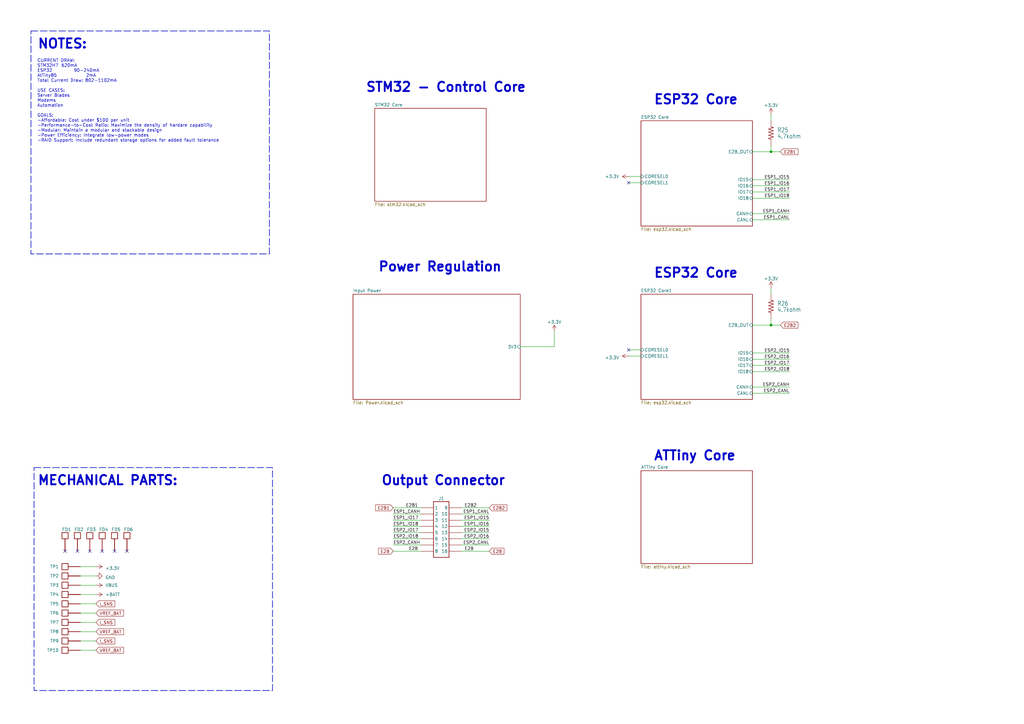
<source format=kicad_sch>
(kicad_sch (version 20230121) (generator eeschema)
  (paper "A3")
  (title_block (title "Espresso Rev4 CM") (date "2024-06-15") (rev "2") (company "B. Lantau") (comment 1 "PN: 4D140-5008-004"))
  (lib_symbols
    (symbol "Custom_Microcontroller:FIDUCIAL" (pin_numbers hide) (pin_names hide)
      (property "Reference" "FD" (at 0 6.35 0))
      (symbol "FIDUCIAL_0_1"
        (rectangle (start -1.27 7.62) (end 1.27 5.08) (stroke (width 0.254)))
        (polyline (pts (xy 0 0) (xy 0 5.08)) (stroke (width 0.254)))
      )
      (symbol "FIDUCIAL_1_0"
        (pin passive line (at 0 0 90) (length 5.08) (name "1") (number "1"))
      )
    )
    (symbol "Custom_Microcontroller:HEADER-2X8" (pin_numbers hide)
      (property "Reference" "J" (at 0 20.32 0))
      (symbol "HEADER-2X8_1_0"
        (polyline (pts (xy -3.81 -3.81) (xy -3.81 19.05)) (stroke (width 0.254)))
        (polyline (pts (xy -3.81 19.05) (xy 2.54 19.05)) (stroke (width 0.254)))
        (polyline (pts (xy 2.54 -3.81) (xy -3.81 -3.81)) (stroke (width 0.254)))
        (polyline (pts (xy 2.54 19.05) (xy 2.54 -3.81)) (stroke (width 0.254)))
        (pin bidirectional line (at -8.89 16.51 0) (length 5.08) (name "1") (number "1"))
        (pin bidirectional line (at 7.62 13.97 180) (length 5.08) (name "10") (number "10"))
        (pin bidirectional line (at 7.62 11.43 180) (length 5.08) (name "11") (number "11"))
        (pin bidirectional line (at 7.62 8.89 180) (length 5.08) (name "12") (number "12"))
        (pin bidirectional line (at 7.62 6.35 180) (length 5.08) (name "13") (number "13"))
        (pin bidirectional line (at 7.62 3.81 180) (length 5.08) (name "14") (number "14"))
        (pin bidirectional line (at 7.62 1.27 180) (length 5.08) (name "15") (number "15"))
        (pin bidirectional line (at 7.62 -1.27 180) (length 5.08) (name "16") (number "16"))
        (pin bidirectional line (at -8.89 13.97 0) (length 5.08) (name "2") (number "2"))
        (pin bidirectional line (at -8.89 11.43 0) (length 5.08) (name "3") (number "3"))
        (pin bidirectional line (at -8.89 8.89 0) (length 5.08) (name "4") (number "4"))
        (pin bidirectional line (at -8.89 6.35 0) (length 5.08) (name "5") (number "5"))
        (pin bidirectional line (at -8.89 3.81 0) (length 5.08) (name "6") (number "6"))
        (pin bidirectional line (at -8.89 1.27 0) (length 5.08) (name "7") (number "7"))
        (pin bidirectional line (at -8.89 -1.27 0) (length 5.08) (name "8") (number "8"))
        (pin bidirectional line (at 7.62 16.51 180) (length 5.08) (name "9") (number "9"))
      )
    )
    (symbol "Custom_Microcontroller:R_1206_4.7kohm" (pin_numbers hide) (pin_names hide)
      (property "Reference" "R" (at -0.7749 1.7058 0))
      (property "Value" "4.7kohm" (at -4.0572 -3.7615 0))
      (symbol "R_1206_4.7kohm_1_0"
        (polyline (pts (xy -2.54 0) (xy -2.159 1.016)) (stroke (width 0.2032)))
        (polyline (pts (xy -2.159 1.016) (xy -1.524 -1.016)) (stroke (width 0.2032)))
        (polyline (pts (xy -1.524 -1.016) (xy -0.889 1.016)) (stroke (width 0.2032)))
        (polyline (pts (xy -0.889 1.016) (xy -0.254 -1.016)) (stroke (width 0.2032)))
        (polyline (pts (xy -0.254 -1.016) (xy 0.381 1.016)) (stroke (width 0.2032)))
        (polyline (pts (xy 0.381 1.016) (xy 1.016 -1.016)) (stroke (width 0.2032)))
        (polyline (pts (xy 1.016 -1.016) (xy 1.651 1.016)) (stroke (width 0.2032)))
        (polyline (pts (xy 1.651 1.016) (xy 2.286 -1.016)) (stroke (width 0.2032)))
        (polyline (pts (xy 2.286 -1.016) (xy 2.54 0)) (stroke (width 0.2032)))
        (pin passive line (at -5.08 0 0) (length 2.54) (name "1") (number "1"))
        (pin passive line (at 5.08 0 180) (length 2.54) (name "2") (number "2"))
      )
    )
    (symbol "LVDC-Remake:TESTPOINT" (pin_numbers hide) (pin_names hide)
      (property "Reference" "TP" (at 0 6.35 0))
      (symbol "TESTPOINT_0_1"
        (rectangle (start -1.27 7.62) (end 1.27 5.08) (stroke (width 0.254)))
        (polyline (pts (xy 0 0) (xy 0 5.08)) (stroke (width 0.254)))
      )
      (symbol "TESTPOINT_1_0"
        (pin passive line (at 0 0 90) (length 5.08) (name "1") (number "1"))
      )
    )
    (symbol "power:+3.3V" (power) (pin_names (offset 0))
      (property "Value" "+3.3V" (at 0 3.556 0))
      (symbol "+3.3V_0_1"
        (polyline (pts (xy -0.762 1.27) (xy 0 2.54)))
        (polyline (pts (xy 0 0) (xy 0 2.54)))
        (polyline (pts (xy 0 2.54) (xy 0.762 1.27)))
      )
      (symbol "+3.3V_1_1"
        (pin power_in line (at 0 0 90) (length 0) hide (name "+3.3V") (number "1"))
      )
    )
    (symbol "power:+BATT" (power) (pin_names (offset 0))
      (property "Value" "+BATT" (at 0 3.556 0))
      (symbol "+BATT_0_1"
        (polyline (pts (xy -0.762 1.27) (xy 0 2.54)))
        (polyline (pts (xy 0 0) (xy 0 2.54)))
        (polyline (pts (xy 0 2.54) (xy 0.762 1.27)))
      )
      (symbol "+BATT_1_1"
        (pin power_in line (at 0 0 90) (length 0) hide (name "+BATT") (number "1"))
      )
    )
    (symbol "power:GND" (power) (pin_names (offset 0))
      (property "Value" "GND" (at 0 -3.81 0))
      (symbol "GND_0_1"
        (polyline (pts (xy 0 0) (xy 0 -1.27) (xy 1.27 -1.27) (xy 0 -2.54) (xy -1.27 -1.27) (xy 0 -1.27)))
      )
      (symbol "GND_1_1"
        (pin power_in line (at 0 0 270) (length 0) hide (name "GND") (number "1"))
      )
    )
    (symbol "power:VBUS" (power) (pin_names (offset 0))
      (property "Value" "VBUS" (at 0 3.81 0))
      (symbol "VBUS_0_1"
        (polyline (pts (xy -0.762 1.27) (xy 0 2.54)))
        (polyline (pts (xy 0 0) (xy 0 2.54)))
        (polyline (pts (xy 0 2.54) (xy 0.762 1.27)))
      )
      (symbol "VBUS_1_1"
        (pin power_in line (at 0 0 90) (length 0) hide (name "VBUS") (number "1"))
      )
    )
  )
  (junction (at 316.23 133.35))
  (junction (at 316.23 62.23))
  (no_connect (at 41.91 226.06))
  (no_connect (at 52.07 226.06))
  (no_connect (at 257.81 74.93))
  (no_connect (at 36.83 226.06))
  (no_connect (at 257.81 143.51))
  (no_connect (at 46.99 226.06))
  (no_connect (at 26.67 226.06))
  (no_connect (at 31.75 226.06))
  (wire (pts (xy 189.23 208.28) (xy 200.66 208.28)))
  (wire (pts (xy 200.66 213.36) (xy 189.23 213.36)))
  (wire (pts (xy 308.61 158.75) (xy 323.85 158.75)))
  (wire (pts (xy 213.36 142.24) (xy 227.33 142.24)))
  (wire (pts (xy 200.66 215.9) (xy 189.23 215.9)))
  (wire (pts (xy 308.61 73.66) (xy 323.85 73.66)))
  (wire (pts (xy 308.61 90.17) (xy 323.85 90.17)))
  (wire (pts (xy 308.61 76.2) (xy 323.85 76.2)))
  (wire (pts (xy 308.61 161.29) (xy 323.85 161.29)))
  (wire (pts (xy 189.23 223.52) (xy 200.66 223.52)))
  (wire (pts (xy 257.81 74.93) (xy 262.89 74.93)))
  (wire (pts (xy 316.23 59.69) (xy 316.23 62.23)))
  (wire (pts (xy 161.29 213.36) (xy 172.72 213.36)))
  (wire (pts (xy 308.61 81.28) (xy 323.85 81.28)))
  (wire (pts (xy 189.23 220.98) (xy 200.66 220.98)))
  (wire (pts (xy 161.29 210.82) (xy 172.72 210.82)))
  (wire (pts (xy 257.81 146.05) (xy 262.89 146.05)))
  (wire (pts (xy 33.02 236.22) (xy 39.37 236.22)))
  (wire (pts (xy 33.02 243.84) (xy 39.37 243.84)))
  (wire (pts (xy 33.02 251.46) (xy 39.37 251.46)))
  (wire (pts (xy 308.61 147.32) (xy 323.85 147.32)))
  (wire (pts (xy 33.02 262.89) (xy 39.37 262.89)))
  (wire (pts (xy 189.23 226.06) (xy 200.66 226.06)))
  (wire (pts (xy 172.72 226.06) (xy 161.29 226.06)))
  (wire (pts (xy 320.04 133.35) (xy 316.23 133.35)))
  (wire (pts (xy 257.81 72.39) (xy 262.89 72.39)))
  (wire (pts (xy 33.02 266.7) (xy 39.37 266.7)))
  (wire (pts (xy 308.61 152.4) (xy 323.85 152.4)))
  (wire (pts (xy 172.72 218.44) (xy 161.29 218.44)))
  (wire (pts (xy 316.23 130.81) (xy 316.23 133.35)))
  (wire (pts (xy 316.23 118.11) (xy 316.23 120.65)))
  (wire (pts (xy 33.02 255.27) (xy 39.37 255.27)))
  (wire (pts (xy 308.61 78.74) (xy 323.85 78.74)))
  (wire (pts (xy 320.04 62.23) (xy 316.23 62.23)))
  (wire (pts (xy 189.23 218.44) (xy 200.66 218.44)))
  (wire (pts (xy 316.23 46.99) (xy 316.23 49.53)))
  (wire (pts (xy 161.29 215.9) (xy 172.72 215.9)))
  (wire (pts (xy 33.02 240.03) (xy 39.37 240.03)))
  (wire (pts (xy 308.61 144.78) (xy 323.85 144.78)))
  (wire (pts (xy 316.23 62.23) (xy 308.61 62.23)))
  (wire (pts (xy 227.33 135.89) (xy 227.33 142.24)))
  (wire (pts (xy 189.23 210.82) (xy 200.66 210.82)))
  (wire (pts (xy 33.02 247.65) (xy 39.37 247.65)))
  (wire (pts (xy 308.61 87.63) (xy 323.85 87.63)))
  (wire (pts (xy 257.81 143.51) (xy 262.89 143.51)))
  (wire (pts (xy 172.72 220.98) (xy 161.29 220.98)))
  (wire (pts (xy 33.02 259.08) (xy 39.37 259.08)))
  (wire (pts (xy 172.72 208.28) (xy 161.29 208.28)))
  (wire (pts (xy 308.61 149.86) (xy 323.85 149.86)))
  (wire (pts (xy 316.23 133.35) (xy 308.61 133.35)))
  (wire (pts (xy 33.02 232.41) (xy 39.37 232.41)))
  (wire (pts (xy 161.29 223.52) (xy 172.72 223.52)))
  (rectangle (start 12.7 12.7) (end 110.49 104.14) (stroke (width 0.254) (type dash)))
  (rectangle (start 13.97 191.77) (end 111.76 283.21) (stroke (width 0.254) (type dash)))
  (text "MECHANICAL PARTS:" (at 15.24 199.39 0) (effects (font (size 3.81 3.81) (thickness 0.762) bold) (justify left bottom)))
  (text "Power Regulation" (at 154.94 111.76 0) (effects (font (size 3.81 3.81) (thickness 0.762) bold) (justify left bottom)))
  (text "Output Connector" (at 156.21 199.39 0) (effects (font (size 3.81 3.81) (thickness 0.762) bold) (justify left bottom)))
  (text "ESP32 Core" (at 267.97 114.3 0) (effects (font (size 3.81 3.81) (thickness 0.762) bold) (justify left bottom)))
  (text "NOTES:" (at 15.24 20.32 0) (effects (font (size 3.81 3.81) (thickness 0.762) bold) (justify left bottom)))
  (text "ESP32 Core" (at 267.97 43.18 0) (effects (font (size 3.81 3.81) (thickness 0.762) bold) (justify left bottom)))
  (text "CURRENT DRAW:\nSTM32H7	620mA\nESP32		90-240mA\nAtTiny85		2mA\nTotal Current Draw: 802-1102mA\n\nUSE CASES:\nServer Blades\nModems\nAutomation\n\nGOALS:\n-Affordable: Cost under $100 per unit\n-Performance-to-Cost Ratio: Maximize the density of hardare capability\n-Modular: Maintain a modular and stackable design\n-Power Efficiency: Integrate low-power modes\n-RAID Support: Include redundant storage options for added fault tolerance" (at 15.24 58.42 0) (effects (font (size 1.27 1.27)) (justify left bottom)))
  (text "ATTiny Core" (at 267.97 189.23 0) (effects (font (size 3.81 3.81) (thickness 0.762) bold) (justify left bottom)))
  (text "STM32 - Control Core" (at 149.86 38.1 0) (effects (font (size 3.81 3.81) (thickness 0.762) bold) (justify left bottom)))
  (label "E2B2" (at 190.5 208.28 0))
  (label "ESP2_IO16" (at 200.66 220.98 180))
  (label "ESP2_IO15" (at 200.66 218.44 180))
  (label "ESP1_CANL" (at 323.85 90.17 180))
  (label "ESP1_IO17" (at 323.85 78.74 180))
  (label "ESP2_IO18" (at 323.85 152.4 180))
  (label "ESP2_CANH" (at 323.85 158.75 180))
  (label "ESP1_CANH" (at 161.29 210.82 0))
  (label "ESP1_IO16" (at 323.85 76.2 180))
  (label "ESP2_IO15" (at 323.85 144.78 180))
  (label "ESP2_IO18" (at 161.29 220.98 0))
  (label "ESP2_IO17" (at 161.29 218.44 0))
  (label "ESP1_IO15" (at 323.85 73.66 180))
  (label "ESP2_IO16" (at 323.85 147.32 180))
  (label "ESP1_IO15" (at 200.66 213.36 180))
  (label "E2B" (at 171.45 226.06 180))
  (label "E2B1" (at 171.45 208.28 180))
  (label "ESP2_CANH" (at 161.29 223.52 0))
  (label "ESP1_IO18" (at 323.85 81.28 180))
  (label "ESP2_CANL" (at 323.85 161.29 180))
  (label "ESP1_IO16" (at 200.66 215.9 180))
  (label "ESP1_IO17" (at 161.29 213.36 0))
  (label "ESP1_CANL" (at 200.66 210.82 180))
  (label "ESP2_CANL" (at 200.66 223.52 180))
  (label "ESP2_IO17" (at 323.85 149.86 180))
  (label "ESP1_CANH" (at 323.85 87.63 180))
  (label "E2B" (at 190.5 226.06 0))
  (label "ESP1_IO18" (at 161.29 215.9 0))
  (global_label "I_SNS" (shape input) (at 39.37 255.27 0) (property "Intersheetrefs" "${INTERSHEET_REFS}" (effects hide)))
  (global_label "E2B2" (shape input) (at 200.66 208.28 0) (property "Intersheetrefs" "${INTERSHEET_REFS}" (effects hide)))
  (global_label "E2B" (shape input) (at 200.66 226.06 0) (property "Intersheetrefs" "${INTERSHEET_REFS}" (effects hide)))
  (global_label "VREF_BAT" (shape input) (at 39.37 251.46 0) (property "Intersheetrefs" "${INTERSHEET_REFS}" (effects hide)))
  (global_label "E2B" (shape input) (at 161.29 226.06 180) (property "Intersheetrefs" "${INTERSHEET_REFS}" (effects hide)))
  (global_label "VREF_BAT" (shape input) (at 39.37 259.08 0) (property "Intersheetrefs" "${INTERSHEET_REFS}" (effects hide)))
  (global_label "E2B1" (shape input) (at 161.29 208.28 180) (property "Intersheetrefs" "${INTERSHEET_REFS}" (effects hide)))
  (global_label "E2B2" (shape input) (at 320.04 133.35 0) (property "Intersheetrefs" "${INTERSHEET_REFS}" (effects hide)))
  (global_label "E2B1" (shape input) (at 320.04 62.23 0) (property "Intersheetrefs" "${INTERSHEET_REFS}" (effects hide)))
  (global_label "I_SNS" (shape input) (at 39.37 262.89 0) (property "Intersheetrefs" "${INTERSHEET_REFS}" (effects hide)))
  (global_label "I_SNS" (shape input) (at 39.37 247.65 0) (property "Intersheetrefs" "${INTERSHEET_REFS}" (effects hide)))
  (global_label "VREF_BAT" (shape input) (at 39.37 266.7 0) (property "Intersheetrefs" "${INTERSHEET_REFS}" (effects hide)))
  (symbol (lib_id "LVDC-Remake:TESTPOINT") (at 33.02 266.7 90) (unit 1)
    (property "Reference" "TP10" (at 24.13 266.7 90) (effects (justify left)))
    (property "Footprint" "LVDC-Remake:TESTPOINT" (effects hide))
  )
  (symbol (lib_id "Custom_Microcontroller:FIDUCIAL") (at 41.91 226.06 0) (unit 1)
    (property "Reference" "FD4" (at 40.64 217.17 0) (effects (justify left)))
    (property "Footprint" "Custom_Microcontroller:Fiducial_1mm_Mask2mm" (effects hide))
  )
  (symbol (lib_id "Custom_Microcontroller:FIDUCIAL") (at 26.67 226.06 0) (unit 1)
    (property "Reference" "FD1" (at 25.4 217.17 0) (effects (justify left)))
    (property "Footprint" "Custom_Microcontroller:Fiducial_1mm_Mask2mm" (effects hide))
  )
  (symbol (lib_id "LVDC-Remake:TESTPOINT") (at 33.02 236.22 90) (unit 1)
    (property "Reference" "TP2" (at 24.13 236.22 90) (effects (justify left)))
    (property "Footprint" "LVDC-Remake:TESTPOINT" (effects hide))
  )
  (symbol (lib_id "power:+3.3V") (at 257.81 146.05 90) (unit 1)
    (property "Reference" "#PWR021" (effects hide))
    (property "Value" "+3.3V" (at 254 146.685 90) (effects (justify left)))
  )
  (symbol (lib_id "Custom_Microcontroller:FIDUCIAL") (at 52.07 226.06 0) (unit 1)
    (property "Reference" "FD6" (at 50.8 217.17 0) (effects (justify left)))
    (property "Footprint" "Custom_Microcontroller:Fiducial_1mm_Mask2mm" (effects hide))
  )
  (symbol (lib_id "Custom_Microcontroller:R_1206_4.7kohm") (at 316.23 54.61 90) (unit 1)
    (property "Reference" "R25" (at 318.77 53.34 90) (effects (font (size 1.778 1.5113)) (justify right)))
    (property "Value" "4.7kohm" (at 318.77 55.88 90) (effects (font (size 1.778 1.5113)) (justify right)))
    (property "Footprint" "Custom_Microcontroller:R_1206" (effects hide))
    (property "Part Number" "CRCW12064K70JNEAHP" (effects hide))
  )
  (symbol (lib_id "power:+3.3V") (at 316.23 46.99 0) (unit 1)
    (property "Reference" "#PWR031" (effects hide))
    (property "Value" "+3.3V" (at 316.23 43.18 0))
  )
  (symbol (lib_id "LVDC-Remake:TESTPOINT") (at 33.02 259.08 90) (unit 1)
    (property "Reference" "TP8" (at 24.13 259.08 90) (effects (justify left)))
    (property "Footprint" "LVDC-Remake:TESTPOINT" (effects hide))
  )
  (symbol (lib_id "Custom_Microcontroller:FIDUCIAL") (at 46.99 226.06 0) (unit 1)
    (property "Reference" "FD5" (at 45.72 217.17 0) (effects (justify left)))
    (property "Footprint" "Custom_Microcontroller:Fiducial_1mm_Mask2mm" (effects hide))
  )
  (symbol (lib_id "LVDC-Remake:TESTPOINT") (at 33.02 262.89 90) (unit 1)
    (property "Reference" "TP9" (at 24.13 262.89 90) (effects (justify left)))
    (property "Footprint" "LVDC-Remake:TESTPOINT" (effects hide))
  )
  (symbol (lib_id "power:+BATT") (at 39.37 243.84 270) (unit 1)
    (property "Reference" "#PWR04" (effects hide))
    (property "Value" "+BATT" (at 43.18 243.84 90) (effects (justify left)))
  )
  (symbol (lib_id "LVDC-Remake:TESTPOINT") (at 33.02 247.65 90) (unit 1)
    (property "Reference" "TP5" (at 24.13 247.65 90) (effects (justify left)))
    (property "Footprint" "LVDC-Remake:TESTPOINT" (effects hide))
  )
  (symbol (lib_id "LVDC-Remake:TESTPOINT") (at 33.02 255.27 90) (unit 1)
    (property "Reference" "TP7" (at 24.13 255.27 90) (effects (justify left)))
    (property "Footprint" "LVDC-Remake:TESTPOINT" (effects hide))
  )
  (symbol (lib_id "LVDC-Remake:TESTPOINT") (at 33.02 251.46 90) (unit 1)
    (property "Reference" "TP6" (at 24.13 251.46 90) (effects (justify left)))
    (property "Footprint" "LVDC-Remake:TESTPOINT" (effects hide))
  )
  (symbol (lib_id "power:VBUS") (at 39.37 240.03 270) (unit 1)
    (property "Reference" "#PWR03" (effects hide))
    (property "Value" "VBUS" (at 43.18 240.03 90) (effects (justify left)))
  )
  (symbol (lib_id "Custom_Microcontroller:FIDUCIAL") (at 31.75 226.06 0) (unit 1)
    (property "Reference" "FD2" (at 30.48 217.17 0) (effects (justify left)))
    (property "Footprint" "Custom_Microcontroller:Fiducial_1mm_Mask2mm" (effects hide))
  )
  (symbol (lib_id "power:GND") (at 39.37 236.22 90) (unit 1)
    (property "Reference" "#PWR02" (effects hide))
    (property "Value" "GND" (at 43.18 236.855 90) (effects (justify right)))
  )
  (symbol (lib_id "power:+3.3V") (at 316.23 118.11 0) (unit 1)
    (property "Reference" "#PWR032" (effects hide))
    (property "Value" "+3.3V" (at 316.23 114.3 0))
  )
  (symbol (lib_id "Custom_Microcontroller:R_1206_4.7kohm") (at 316.23 125.73 90) (unit 1)
    (property "Reference" "R26" (at 318.77 124.46 90) (effects (font (size 1.778 1.5113)) (justify right)))
    (property "Value" "4.7kohm" (at 318.77 127 90) (effects (font (size 1.778 1.5113)) (justify right)))
    (property "Footprint" "Custom_Microcontroller:R_1206" (effects hide))
    (property "Part Number" "CRCW12064K70JNEAHP" (effects hide))
  )
  (symbol (lib_id "power:+3.3V") (at 39.37 232.41 270) (unit 1)
    (property "Reference" "#PWR01" (effects hide))
    (property "Value" "+3.3V" (at 43.18 233.045 90) (effects (justify left)))
  )
  (symbol (lib_id "LVDC-Remake:TESTPOINT") (at 33.02 232.41 90) (unit 1)
    (property "Reference" "TP1" (at 24.13 232.41 90) (effects (justify left)))
    (property "Footprint" "LVDC-Remake:TESTPOINT" (effects hide))
  )
  (symbol (lib_id "power:+3.3V") (at 227.33 135.89 0) (unit 1)
    (property "Reference" "#PWR05" (effects hide))
    (property "Value" "+3.3V" (at 227.33 132.08 0))
  )
  (symbol (lib_id "power:+3.3V") (at 257.81 72.39 90) (mirror x) (unit 1)
    (property "Reference" "#PWR025" (effects hide))
    (property "Value" "+3.3V" (at 254 72.39 90) (effects (justify left)))
  )
  (symbol (lib_id "LVDC-Remake:TESTPOINT") (at 33.02 243.84 90) (unit 1)
    (property "Reference" "TP4" (at 24.13 243.84 90) (effects (justify left)))
    (property "Footprint" "LVDC-Remake:TESTPOINT" (effects hide))
  )
  (symbol (lib_id "Custom_Microcontroller:HEADER-2X8") (at 181.61 224.79 0) (unit 1)
    (property "Reference" "J1" (at 180.975 204.47 0))
    (property "Footprint" "Custom_Microcontroller:2X8" (effects hide))
    (property "Part Number" "PPPC082LFBN-RC" (effects hide))
  )
  (symbol (lib_id "Custom_Microcontroller:FIDUCIAL") (at 36.83 226.06 0) (unit 1)
    (property "Reference" "FD3" (at 35.56 217.17 0) (effects (justify left)))
    (property "Footprint" "Custom_Microcontroller:Fiducial_1mm_Mask2mm" (effects hide))
  )
  (symbol (lib_id "LVDC-Remake:TESTPOINT") (at 33.02 240.03 90) (unit 1)
    (property "Reference" "TP3" (at 24.13 240.03 90) (effects (justify left)))
    (property "Footprint" "LVDC-Remake:TESTPOINT" (effects hide))
  )
  (sheet (at 144.78 120.65) (size 68.58 43.18) (stroke (width 0.1524))
    (property "Sheetname" "Input Power" (at 144.78 119.9384 0) (effects (justify left bottom)))
    (property "Sheetfile" "Power.kicad_sch" (at 144.78 164.4146 0) (effects (justify left top)))
    (pin "3V3" input (at 213.36 142.24 0))
  )
  (sheet (at 153.67 44.45) (size 45.72 38.1) (stroke (width 0.1524))
    (property "Sheetname" "STM32 Core" (at 153.67 43.7384 0) (effects (justify left bottom)))
    (property "Sheetfile" "stm32.kicad_sch" (at 153.67 83.1346 0) (effects (justify left top)))
  )
  (sheet (at 262.89 49.53) (size 45.72 43.18) (stroke (width 0.1524))
    (property "Sheetname" "ESP32 Core" (at 262.89 48.8184 0) (effects (justify left bottom)))
    (property "Sheetfile" "esp32.kicad_sch" (at 262.89 93.2946 0) (effects (justify left top)))
    (pin "E2B_OUT" input (at 308.61 62.23 0))
    (pin "CANL" input (at 308.61 90.17 0))
    (pin "CANH" input (at 308.61 87.63 0))
    (pin "IO17" input (at 308.61 78.74 0))
    (pin "IO18" input (at 308.61 81.28 0))
    (pin "CORESEL0" input (at 262.89 72.39 180))
    (pin "CORESEL1" input (at 262.89 74.93 180))
    (pin "IO15" input (at 308.61 73.66 0))
    (pin "IO16" input (at 308.61 76.2 0))
  )
  (sheet (at 262.89 120.65) (size 45.72 43.18) (stroke (width 0.1524))
    (property "Sheetname" "ESP32 Core1" (at 262.89 119.9384 0) (effects (justify left bottom)))
    (property "Sheetfile" "esp32.kicad_sch" (at 262.89 164.4146 0) (effects (justify left top)))
    (pin "E2B_OUT" input (at 308.61 133.35 0))
    (pin "CANL" input (at 308.61 161.29 0))
    (pin "CANH" input (at 308.61 158.75 0))
    (pin "IO17" input (at 308.61 149.86 0))
    (pin "IO18" input (at 308.61 152.4 0))
    (pin "CORESEL0" input (at 262.89 143.51 180))
    (pin "CORESEL1" input (at 262.89 146.05 180))
    (pin "IO15" input (at 308.61 144.78 0))
    (pin "IO16" input (at 308.61 147.32 0))
  )
  (sheet (at 262.89 193.04) (size 45.72 38.1) (stroke (width 0.1524))
    (property "Sheetname" "ATTiny Core" (at 262.89 192.3284 0) (effects (justify left bottom)))
    (property "Sheetfile" "attiny.kicad_sch" (at 262.89 231.7246 0) (effects (justify left top)))
  )
)
</source>
